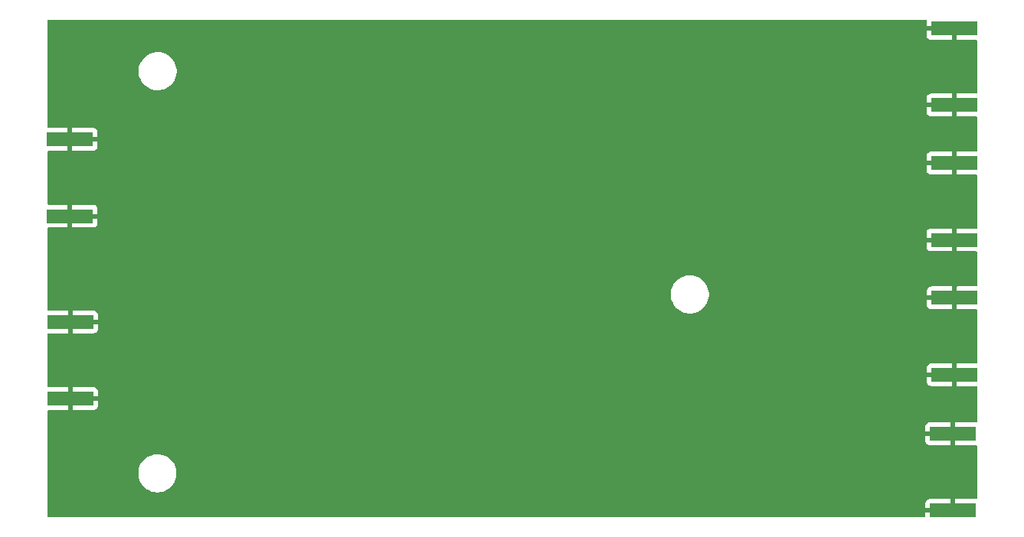
<source format=gbr>
%TF.GenerationSoftware,KiCad,Pcbnew,(6.0.7)*%
%TF.CreationDate,2022-09-28T11:50:51-04:00*%
%TF.ProjectId,PrawnBlaster_Connectorized,50726177-6e42-46c6-9173-7465725f436f,rev?*%
%TF.SameCoordinates,Original*%
%TF.FileFunction,Copper,L2,Bot*%
%TF.FilePolarity,Positive*%
%FSLAX46Y46*%
G04 Gerber Fmt 4.6, Leading zero omitted, Abs format (unit mm)*
G04 Created by KiCad (PCBNEW (6.0.7)) date 2022-09-28 11:50:51*
%MOMM*%
%LPD*%
G01*
G04 APERTURE LIST*
%TA.AperFunction,SMDPad,CuDef*%
%ADD10R,5.080000X1.500000*%
%TD*%
G04 APERTURE END LIST*
D10*
%TO.P,J6,2,Ext*%
%TO.N,GND*%
X182397500Y-104125000D03*
X182397500Y-112625000D03*
%TD*%
%TO.P,J2,2,Ext*%
%TO.N,GND*%
X84823200Y-91753000D03*
X84823200Y-100253000D03*
%TD*%
%TO.P,J5,2,Ext*%
%TO.N,GND*%
X182517500Y-82675000D03*
X182517500Y-74175000D03*
%TD*%
%TO.P,J3,2,Ext*%
%TO.N,GND*%
X182517500Y-67755000D03*
X182517500Y-59255000D03*
%TD*%
%TO.P,J1,2,Ext*%
%TO.N,GND*%
X84792500Y-80055000D03*
X84792500Y-71555000D03*
%TD*%
%TO.P,J4,2,Ext*%
%TO.N,GND*%
X182567500Y-97595000D03*
X182567500Y-89095000D03*
%TD*%
%TA.AperFunction,Conductor*%
%TO.N,GND*%
G36*
X179414944Y-58313502D02*
G01*
X179461437Y-58367158D01*
X179472086Y-58433109D01*
X179469869Y-58453517D01*
X179469500Y-58460328D01*
X179469500Y-58982885D01*
X179473975Y-58998124D01*
X179475365Y-58999329D01*
X179483048Y-59001000D01*
X182645500Y-59001000D01*
X182713621Y-59021002D01*
X182760114Y-59074658D01*
X182771500Y-59127000D01*
X182771500Y-60494884D01*
X182775975Y-60510123D01*
X182777365Y-60511328D01*
X182785048Y-60512999D01*
X184941100Y-60512999D01*
X185009221Y-60533001D01*
X185055714Y-60586657D01*
X185067100Y-60638999D01*
X185067100Y-66371000D01*
X185047098Y-66439121D01*
X184993442Y-66485614D01*
X184941100Y-66497000D01*
X182789615Y-66497000D01*
X182774376Y-66501475D01*
X182773171Y-66502865D01*
X182771500Y-66510548D01*
X182771500Y-68994884D01*
X182775975Y-69010123D01*
X182777365Y-69011328D01*
X182785048Y-69012999D01*
X184941100Y-69012999D01*
X185009221Y-69033001D01*
X185055714Y-69086657D01*
X185067100Y-69138999D01*
X185067100Y-72791000D01*
X185047098Y-72859121D01*
X184993442Y-72905614D01*
X184941100Y-72917000D01*
X182789615Y-72917000D01*
X182774376Y-72921475D01*
X182773171Y-72922865D01*
X182771500Y-72930548D01*
X182771500Y-75414884D01*
X182775975Y-75430123D01*
X182777365Y-75431328D01*
X182785048Y-75432999D01*
X184941100Y-75432999D01*
X185009221Y-75453001D01*
X185055714Y-75506657D01*
X185067100Y-75558999D01*
X185067100Y-81291000D01*
X185047098Y-81359121D01*
X184993442Y-81405614D01*
X184941100Y-81417000D01*
X182789615Y-81417000D01*
X182774376Y-81421475D01*
X182773171Y-81422865D01*
X182771500Y-81430548D01*
X182771500Y-83914884D01*
X182775975Y-83930123D01*
X182777365Y-83931328D01*
X182785048Y-83932999D01*
X184941100Y-83932999D01*
X185009221Y-83953001D01*
X185055714Y-84006657D01*
X185067100Y-84058999D01*
X185067100Y-87711000D01*
X185047098Y-87779121D01*
X184993442Y-87825614D01*
X184941100Y-87837000D01*
X182839615Y-87837000D01*
X182824376Y-87841475D01*
X182823171Y-87842865D01*
X182821500Y-87850548D01*
X182821500Y-90334884D01*
X182825975Y-90350123D01*
X182827365Y-90351328D01*
X182835048Y-90352999D01*
X184941100Y-90352999D01*
X185009221Y-90373001D01*
X185055714Y-90426657D01*
X185067100Y-90478999D01*
X185067100Y-96211000D01*
X185047098Y-96279121D01*
X184993442Y-96325614D01*
X184941100Y-96337000D01*
X182839615Y-96337000D01*
X182824376Y-96341475D01*
X182823171Y-96342865D01*
X182821500Y-96350548D01*
X182821500Y-98834884D01*
X182825975Y-98850123D01*
X182827365Y-98851328D01*
X182835048Y-98852999D01*
X184941100Y-98852999D01*
X185009221Y-98873001D01*
X185055714Y-98926657D01*
X185067100Y-98978999D01*
X185067100Y-102741000D01*
X185047098Y-102809121D01*
X184993442Y-102855614D01*
X184941100Y-102867000D01*
X182669615Y-102867000D01*
X182654376Y-102871475D01*
X182653171Y-102872865D01*
X182651500Y-102880548D01*
X182651500Y-105364884D01*
X182655975Y-105380123D01*
X182657365Y-105381328D01*
X182665048Y-105382999D01*
X184941100Y-105382999D01*
X185009221Y-105403001D01*
X185055714Y-105456657D01*
X185067100Y-105508999D01*
X185067100Y-111241000D01*
X185047098Y-111309121D01*
X184993442Y-111355614D01*
X184941100Y-111367000D01*
X182669615Y-111367000D01*
X182654376Y-111371475D01*
X182653171Y-111372865D01*
X182651500Y-111380548D01*
X182651500Y-112753000D01*
X182631498Y-112821121D01*
X182577842Y-112867614D01*
X182525500Y-112879000D01*
X179367616Y-112879000D01*
X179352377Y-112883475D01*
X179351172Y-112884865D01*
X179349501Y-112892548D01*
X179349501Y-113275500D01*
X179329499Y-113343621D01*
X179275843Y-113390114D01*
X179223501Y-113401500D01*
X82409700Y-113401500D01*
X82341579Y-113381498D01*
X82295086Y-113327842D01*
X82283700Y-113275500D01*
X82283700Y-112352885D01*
X179349500Y-112352885D01*
X179353975Y-112368124D01*
X179355365Y-112369329D01*
X179363048Y-112371000D01*
X182125385Y-112371000D01*
X182140624Y-112366525D01*
X182141829Y-112365135D01*
X182143500Y-112357452D01*
X182143500Y-111385116D01*
X182139025Y-111369877D01*
X182137635Y-111368672D01*
X182129952Y-111367001D01*
X179812831Y-111367001D01*
X179806010Y-111367371D01*
X179755148Y-111372895D01*
X179739896Y-111376521D01*
X179619446Y-111421676D01*
X179603851Y-111430214D01*
X179501776Y-111506715D01*
X179489215Y-111519276D01*
X179412714Y-111621351D01*
X179404176Y-111636946D01*
X179359022Y-111757394D01*
X179355395Y-111772649D01*
X179349869Y-111823514D01*
X179349500Y-111830328D01*
X179349500Y-112352885D01*
X82283700Y-112352885D01*
X82283700Y-108642703D01*
X92330743Y-108642703D01*
X92368268Y-108927734D01*
X92444129Y-109205036D01*
X92556923Y-109469476D01*
X92704561Y-109716161D01*
X92884313Y-109940528D01*
X93092851Y-110138423D01*
X93326317Y-110306186D01*
X93330112Y-110308195D01*
X93330113Y-110308196D01*
X93351869Y-110319715D01*
X93580392Y-110440712D01*
X93850373Y-110539511D01*
X94131264Y-110600755D01*
X94159841Y-110603004D01*
X94354282Y-110618307D01*
X94354291Y-110618307D01*
X94356739Y-110618500D01*
X94512271Y-110618500D01*
X94514407Y-110618354D01*
X94514418Y-110618354D01*
X94722548Y-110604165D01*
X94722554Y-110604164D01*
X94726825Y-110603873D01*
X94731020Y-110603004D01*
X94731022Y-110603004D01*
X94867583Y-110574724D01*
X95008342Y-110545574D01*
X95279343Y-110449607D01*
X95534812Y-110317750D01*
X95538313Y-110315289D01*
X95538317Y-110315287D01*
X95652417Y-110235096D01*
X95770023Y-110152441D01*
X95980622Y-109956740D01*
X96162713Y-109734268D01*
X96312927Y-109489142D01*
X96428483Y-109225898D01*
X96507244Y-108949406D01*
X96547751Y-108664784D01*
X96547845Y-108646951D01*
X96549235Y-108381583D01*
X96549235Y-108381576D01*
X96549257Y-108377297D01*
X96511732Y-108092266D01*
X96435871Y-107814964D01*
X96323077Y-107550524D01*
X96175439Y-107303839D01*
X95995687Y-107079472D01*
X95787149Y-106881577D01*
X95553683Y-106713814D01*
X95531843Y-106702250D01*
X95508654Y-106689972D01*
X95299608Y-106579288D01*
X95029627Y-106480489D01*
X94748736Y-106419245D01*
X94717685Y-106416801D01*
X94525718Y-106401693D01*
X94525709Y-106401693D01*
X94523261Y-106401500D01*
X94367729Y-106401500D01*
X94365593Y-106401646D01*
X94365582Y-106401646D01*
X94157452Y-106415835D01*
X94157446Y-106415836D01*
X94153175Y-106416127D01*
X94148980Y-106416996D01*
X94148978Y-106416996D01*
X94012417Y-106445276D01*
X93871658Y-106474426D01*
X93600657Y-106570393D01*
X93345188Y-106702250D01*
X93341687Y-106704711D01*
X93341683Y-106704713D01*
X93331594Y-106711804D01*
X93109977Y-106867559D01*
X92899378Y-107063260D01*
X92717287Y-107285732D01*
X92567073Y-107530858D01*
X92451517Y-107794102D01*
X92372756Y-108070594D01*
X92332249Y-108355216D01*
X92332227Y-108359505D01*
X92332226Y-108359512D01*
X92330765Y-108638417D01*
X92330743Y-108642703D01*
X82283700Y-108642703D01*
X82283700Y-104919669D01*
X179349501Y-104919669D01*
X179349871Y-104926490D01*
X179355395Y-104977352D01*
X179359021Y-104992604D01*
X179404176Y-105113054D01*
X179412714Y-105128649D01*
X179489215Y-105230724D01*
X179501776Y-105243285D01*
X179603851Y-105319786D01*
X179619446Y-105328324D01*
X179739894Y-105373478D01*
X179755149Y-105377105D01*
X179806014Y-105382631D01*
X179812828Y-105383000D01*
X182125385Y-105383000D01*
X182140624Y-105378525D01*
X182141829Y-105377135D01*
X182143500Y-105369452D01*
X182143500Y-104397115D01*
X182139025Y-104381876D01*
X182137635Y-104380671D01*
X182129952Y-104379000D01*
X179367616Y-104379000D01*
X179352377Y-104383475D01*
X179351172Y-104384865D01*
X179349501Y-104392548D01*
X179349501Y-104919669D01*
X82283700Y-104919669D01*
X82283700Y-103852885D01*
X179349500Y-103852885D01*
X179353975Y-103868124D01*
X179355365Y-103869329D01*
X179363048Y-103871000D01*
X182125385Y-103871000D01*
X182140624Y-103866525D01*
X182141829Y-103865135D01*
X182143500Y-103857452D01*
X182143500Y-102885116D01*
X182139025Y-102869877D01*
X182137635Y-102868672D01*
X182129952Y-102867001D01*
X179812831Y-102867001D01*
X179806010Y-102867371D01*
X179755148Y-102872895D01*
X179739896Y-102876521D01*
X179619446Y-102921676D01*
X179603851Y-102930214D01*
X179501776Y-103006715D01*
X179489215Y-103019276D01*
X179412714Y-103121351D01*
X179404176Y-103136946D01*
X179359022Y-103257394D01*
X179355395Y-103272649D01*
X179349869Y-103323514D01*
X179349500Y-103330328D01*
X179349500Y-103852885D01*
X82283700Y-103852885D01*
X82283700Y-101637000D01*
X82303702Y-101568879D01*
X82357358Y-101522386D01*
X82409700Y-101511000D01*
X84551085Y-101511000D01*
X84566324Y-101506525D01*
X84567529Y-101505135D01*
X84569200Y-101497452D01*
X84569200Y-101492884D01*
X85077200Y-101492884D01*
X85081675Y-101508123D01*
X85083065Y-101509328D01*
X85090748Y-101510999D01*
X87407869Y-101510999D01*
X87414690Y-101510629D01*
X87465552Y-101505105D01*
X87480804Y-101501479D01*
X87601254Y-101456324D01*
X87616849Y-101447786D01*
X87718924Y-101371285D01*
X87731485Y-101358724D01*
X87807986Y-101256649D01*
X87816524Y-101241054D01*
X87861678Y-101120606D01*
X87865305Y-101105351D01*
X87870831Y-101054486D01*
X87871200Y-101047672D01*
X87871200Y-100525115D01*
X87866725Y-100509876D01*
X87865335Y-100508671D01*
X87857652Y-100507000D01*
X85095315Y-100507000D01*
X85080076Y-100511475D01*
X85078871Y-100512865D01*
X85077200Y-100520548D01*
X85077200Y-101492884D01*
X84569200Y-101492884D01*
X84569200Y-99980885D01*
X85077200Y-99980885D01*
X85081675Y-99996124D01*
X85083065Y-99997329D01*
X85090748Y-99999000D01*
X87853084Y-99999000D01*
X87868323Y-99994525D01*
X87869528Y-99993135D01*
X87871199Y-99985452D01*
X87871199Y-99458331D01*
X87870829Y-99451510D01*
X87865305Y-99400648D01*
X87861679Y-99385396D01*
X87816524Y-99264946D01*
X87807986Y-99249351D01*
X87731485Y-99147276D01*
X87718924Y-99134715D01*
X87616849Y-99058214D01*
X87601254Y-99049676D01*
X87480806Y-99004522D01*
X87465551Y-99000895D01*
X87414686Y-98995369D01*
X87407872Y-98995000D01*
X85095315Y-98995000D01*
X85080076Y-98999475D01*
X85078871Y-99000865D01*
X85077200Y-99008548D01*
X85077200Y-99980885D01*
X84569200Y-99980885D01*
X84569200Y-99013116D01*
X84564725Y-98997877D01*
X84563335Y-98996672D01*
X84555652Y-98995001D01*
X82409700Y-98995001D01*
X82341579Y-98974999D01*
X82295086Y-98921343D01*
X82283700Y-98869001D01*
X82283700Y-98389669D01*
X179519501Y-98389669D01*
X179519871Y-98396490D01*
X179525395Y-98447352D01*
X179529021Y-98462604D01*
X179574176Y-98583054D01*
X179582714Y-98598649D01*
X179659215Y-98700724D01*
X179671776Y-98713285D01*
X179773851Y-98789786D01*
X179789446Y-98798324D01*
X179909894Y-98843478D01*
X179925149Y-98847105D01*
X179976014Y-98852631D01*
X179982828Y-98853000D01*
X182295385Y-98853000D01*
X182310624Y-98848525D01*
X182311829Y-98847135D01*
X182313500Y-98839452D01*
X182313500Y-97867115D01*
X182309025Y-97851876D01*
X182307635Y-97850671D01*
X182299952Y-97849000D01*
X179537616Y-97849000D01*
X179522377Y-97853475D01*
X179521172Y-97854865D01*
X179519501Y-97862548D01*
X179519501Y-98389669D01*
X82283700Y-98389669D01*
X82283700Y-97322885D01*
X179519500Y-97322885D01*
X179523975Y-97338124D01*
X179525365Y-97339329D01*
X179533048Y-97341000D01*
X182295385Y-97341000D01*
X182310624Y-97336525D01*
X182311829Y-97335135D01*
X182313500Y-97327452D01*
X182313500Y-96355116D01*
X182309025Y-96339877D01*
X182307635Y-96338672D01*
X182299952Y-96337001D01*
X179982831Y-96337001D01*
X179976010Y-96337371D01*
X179925148Y-96342895D01*
X179909896Y-96346521D01*
X179789446Y-96391676D01*
X179773851Y-96400214D01*
X179671776Y-96476715D01*
X179659215Y-96489276D01*
X179582714Y-96591351D01*
X179574176Y-96606946D01*
X179529022Y-96727394D01*
X179525395Y-96742649D01*
X179519869Y-96793514D01*
X179519500Y-96800328D01*
X179519500Y-97322885D01*
X82283700Y-97322885D01*
X82283700Y-93137000D01*
X82303702Y-93068879D01*
X82357358Y-93022386D01*
X82409700Y-93011000D01*
X84551085Y-93011000D01*
X84566324Y-93006525D01*
X84567529Y-93005135D01*
X84569200Y-92997452D01*
X84569200Y-92992884D01*
X85077200Y-92992884D01*
X85081675Y-93008123D01*
X85083065Y-93009328D01*
X85090748Y-93010999D01*
X87407869Y-93010999D01*
X87414690Y-93010629D01*
X87465552Y-93005105D01*
X87480804Y-93001479D01*
X87601254Y-92956324D01*
X87616849Y-92947786D01*
X87718924Y-92871285D01*
X87731485Y-92858724D01*
X87807986Y-92756649D01*
X87816524Y-92741054D01*
X87861678Y-92620606D01*
X87865305Y-92605351D01*
X87870831Y-92554486D01*
X87871200Y-92547672D01*
X87871200Y-92025115D01*
X87866725Y-92009876D01*
X87865335Y-92008671D01*
X87857652Y-92007000D01*
X85095315Y-92007000D01*
X85080076Y-92011475D01*
X85078871Y-92012865D01*
X85077200Y-92020548D01*
X85077200Y-92992884D01*
X84569200Y-92992884D01*
X84569200Y-91480885D01*
X85077200Y-91480885D01*
X85081675Y-91496124D01*
X85083065Y-91497329D01*
X85090748Y-91499000D01*
X87853084Y-91499000D01*
X87868323Y-91494525D01*
X87869528Y-91493135D01*
X87871199Y-91485452D01*
X87871199Y-90958331D01*
X87870829Y-90951510D01*
X87865305Y-90900648D01*
X87861679Y-90885396D01*
X87816524Y-90764946D01*
X87807986Y-90749351D01*
X87731485Y-90647276D01*
X87718924Y-90634715D01*
X87616849Y-90558214D01*
X87601254Y-90549676D01*
X87480806Y-90504522D01*
X87465551Y-90500895D01*
X87414686Y-90495369D01*
X87407872Y-90495000D01*
X85095315Y-90495000D01*
X85080076Y-90499475D01*
X85078871Y-90500865D01*
X85077200Y-90508548D01*
X85077200Y-91480885D01*
X84569200Y-91480885D01*
X84569200Y-90513116D01*
X84564725Y-90497877D01*
X84563335Y-90496672D01*
X84555652Y-90495001D01*
X82409700Y-90495001D01*
X82341579Y-90474999D01*
X82295086Y-90421343D01*
X82283700Y-90369001D01*
X82283700Y-88842703D01*
X151200743Y-88842703D01*
X151238268Y-89127734D01*
X151314129Y-89405036D01*
X151426923Y-89669476D01*
X151574561Y-89916161D01*
X151754313Y-90140528D01*
X151830983Y-90213285D01*
X151959122Y-90334884D01*
X151962851Y-90338423D01*
X152196317Y-90506186D01*
X152200112Y-90508195D01*
X152200113Y-90508196D01*
X152221869Y-90519715D01*
X152450392Y-90640712D01*
X152720373Y-90739511D01*
X153001264Y-90800755D01*
X153029841Y-90803004D01*
X153224282Y-90818307D01*
X153224291Y-90818307D01*
X153226739Y-90818500D01*
X153382271Y-90818500D01*
X153384407Y-90818354D01*
X153384418Y-90818354D01*
X153592548Y-90804165D01*
X153592554Y-90804164D01*
X153596825Y-90803873D01*
X153601020Y-90803004D01*
X153601022Y-90803004D01*
X153737583Y-90774724D01*
X153878342Y-90745574D01*
X154149343Y-90649607D01*
X154404812Y-90517750D01*
X154408313Y-90515289D01*
X154408317Y-90515287D01*
X154616460Y-90369001D01*
X154640023Y-90352441D01*
X154718403Y-90279606D01*
X154847479Y-90159661D01*
X154847481Y-90159658D01*
X154850622Y-90156740D01*
X155032713Y-89934268D01*
X155060043Y-89889669D01*
X179519501Y-89889669D01*
X179519871Y-89896490D01*
X179525395Y-89947352D01*
X179529021Y-89962604D01*
X179574176Y-90083054D01*
X179582714Y-90098649D01*
X179659215Y-90200724D01*
X179671776Y-90213285D01*
X179773851Y-90289786D01*
X179789446Y-90298324D01*
X179909894Y-90343478D01*
X179925149Y-90347105D01*
X179976014Y-90352631D01*
X179982828Y-90353000D01*
X182295385Y-90353000D01*
X182310624Y-90348525D01*
X182311829Y-90347135D01*
X182313500Y-90339452D01*
X182313500Y-89367115D01*
X182309025Y-89351876D01*
X182307635Y-89350671D01*
X182299952Y-89349000D01*
X179537616Y-89349000D01*
X179522377Y-89353475D01*
X179521172Y-89354865D01*
X179519501Y-89362548D01*
X179519501Y-89889669D01*
X155060043Y-89889669D01*
X155182927Y-89689142D01*
X155298483Y-89425898D01*
X155377244Y-89149406D01*
X155417751Y-88864784D01*
X155417845Y-88846951D01*
X155417971Y-88822885D01*
X179519500Y-88822885D01*
X179523975Y-88838124D01*
X179525365Y-88839329D01*
X179533048Y-88841000D01*
X182295385Y-88841000D01*
X182310624Y-88836525D01*
X182311829Y-88835135D01*
X182313500Y-88827452D01*
X182313500Y-87855116D01*
X182309025Y-87839877D01*
X182307635Y-87838672D01*
X182299952Y-87837001D01*
X179982831Y-87837001D01*
X179976010Y-87837371D01*
X179925148Y-87842895D01*
X179909896Y-87846521D01*
X179789446Y-87891676D01*
X179773851Y-87900214D01*
X179671776Y-87976715D01*
X179659215Y-87989276D01*
X179582714Y-88091351D01*
X179574176Y-88106946D01*
X179529022Y-88227394D01*
X179525395Y-88242649D01*
X179519869Y-88293514D01*
X179519500Y-88300328D01*
X179519500Y-88822885D01*
X155417971Y-88822885D01*
X155419235Y-88581583D01*
X155419235Y-88581576D01*
X155419257Y-88577297D01*
X155381732Y-88292266D01*
X155305871Y-88014964D01*
X155235741Y-87850548D01*
X155194763Y-87754476D01*
X155194761Y-87754472D01*
X155193077Y-87750524D01*
X155045439Y-87503839D01*
X154865687Y-87279472D01*
X154657149Y-87081577D01*
X154423683Y-86913814D01*
X154401843Y-86902250D01*
X154378654Y-86889972D01*
X154169608Y-86779288D01*
X153899627Y-86680489D01*
X153618736Y-86619245D01*
X153587685Y-86616801D01*
X153395718Y-86601693D01*
X153395709Y-86601693D01*
X153393261Y-86601500D01*
X153237729Y-86601500D01*
X153235593Y-86601646D01*
X153235582Y-86601646D01*
X153027452Y-86615835D01*
X153027446Y-86615836D01*
X153023175Y-86616127D01*
X153018980Y-86616996D01*
X153018978Y-86616996D01*
X152882417Y-86645276D01*
X152741658Y-86674426D01*
X152470657Y-86770393D01*
X152215188Y-86902250D01*
X152211687Y-86904711D01*
X152211683Y-86904713D01*
X152201594Y-86911804D01*
X151979977Y-87067559D01*
X151769378Y-87263260D01*
X151587287Y-87485732D01*
X151437073Y-87730858D01*
X151435347Y-87734791D01*
X151435346Y-87734792D01*
X151384533Y-87850548D01*
X151321517Y-87994102D01*
X151242756Y-88270594D01*
X151202249Y-88555216D01*
X151202227Y-88559505D01*
X151202226Y-88559512D01*
X151200775Y-88836525D01*
X151200743Y-88842703D01*
X82283700Y-88842703D01*
X82283700Y-83469669D01*
X179469501Y-83469669D01*
X179469871Y-83476490D01*
X179475395Y-83527352D01*
X179479021Y-83542604D01*
X179524176Y-83663054D01*
X179532714Y-83678649D01*
X179609215Y-83780724D01*
X179621776Y-83793285D01*
X179723851Y-83869786D01*
X179739446Y-83878324D01*
X179859894Y-83923478D01*
X179875149Y-83927105D01*
X179926014Y-83932631D01*
X179932828Y-83933000D01*
X182245385Y-83933000D01*
X182260624Y-83928525D01*
X182261829Y-83927135D01*
X182263500Y-83919452D01*
X182263500Y-82947115D01*
X182259025Y-82931876D01*
X182257635Y-82930671D01*
X182249952Y-82929000D01*
X179487616Y-82929000D01*
X179472377Y-82933475D01*
X179471172Y-82934865D01*
X179469501Y-82942548D01*
X179469501Y-83469669D01*
X82283700Y-83469669D01*
X82283700Y-82402885D01*
X179469500Y-82402885D01*
X179473975Y-82418124D01*
X179475365Y-82419329D01*
X179483048Y-82421000D01*
X182245385Y-82421000D01*
X182260624Y-82416525D01*
X182261829Y-82415135D01*
X182263500Y-82407452D01*
X182263500Y-81435116D01*
X182259025Y-81419877D01*
X182257635Y-81418672D01*
X182249952Y-81417001D01*
X179932831Y-81417001D01*
X179926010Y-81417371D01*
X179875148Y-81422895D01*
X179859896Y-81426521D01*
X179739446Y-81471676D01*
X179723851Y-81480214D01*
X179621776Y-81556715D01*
X179609215Y-81569276D01*
X179532714Y-81671351D01*
X179524176Y-81686946D01*
X179479022Y-81807394D01*
X179475395Y-81822649D01*
X179469869Y-81873514D01*
X179469500Y-81880328D01*
X179469500Y-82402885D01*
X82283700Y-82402885D01*
X82283700Y-81439000D01*
X82303702Y-81370879D01*
X82357358Y-81324386D01*
X82409700Y-81313000D01*
X84520385Y-81313000D01*
X84535624Y-81308525D01*
X84536829Y-81307135D01*
X84538500Y-81299452D01*
X84538500Y-81294884D01*
X85046500Y-81294884D01*
X85050975Y-81310123D01*
X85052365Y-81311328D01*
X85060048Y-81312999D01*
X87377169Y-81312999D01*
X87383990Y-81312629D01*
X87434852Y-81307105D01*
X87450104Y-81303479D01*
X87570554Y-81258324D01*
X87586149Y-81249786D01*
X87688224Y-81173285D01*
X87700785Y-81160724D01*
X87777286Y-81058649D01*
X87785824Y-81043054D01*
X87830978Y-80922606D01*
X87834605Y-80907351D01*
X87840131Y-80856486D01*
X87840500Y-80849672D01*
X87840500Y-80327115D01*
X87836025Y-80311876D01*
X87834635Y-80310671D01*
X87826952Y-80309000D01*
X85064615Y-80309000D01*
X85049376Y-80313475D01*
X85048171Y-80314865D01*
X85046500Y-80322548D01*
X85046500Y-81294884D01*
X84538500Y-81294884D01*
X84538500Y-79782885D01*
X85046500Y-79782885D01*
X85050975Y-79798124D01*
X85052365Y-79799329D01*
X85060048Y-79801000D01*
X87822384Y-79801000D01*
X87837623Y-79796525D01*
X87838828Y-79795135D01*
X87840499Y-79787452D01*
X87840499Y-79260331D01*
X87840129Y-79253510D01*
X87834605Y-79202648D01*
X87830979Y-79187396D01*
X87785824Y-79066946D01*
X87777286Y-79051351D01*
X87700785Y-78949276D01*
X87688224Y-78936715D01*
X87586149Y-78860214D01*
X87570554Y-78851676D01*
X87450106Y-78806522D01*
X87434851Y-78802895D01*
X87383986Y-78797369D01*
X87377172Y-78797000D01*
X85064615Y-78797000D01*
X85049376Y-78801475D01*
X85048171Y-78802865D01*
X85046500Y-78810548D01*
X85046500Y-79782885D01*
X84538500Y-79782885D01*
X84538500Y-78815116D01*
X84534025Y-78799877D01*
X84532635Y-78798672D01*
X84524952Y-78797001D01*
X82409700Y-78797001D01*
X82341579Y-78776999D01*
X82295086Y-78723343D01*
X82283700Y-78671001D01*
X82283700Y-74969669D01*
X179469501Y-74969669D01*
X179469871Y-74976490D01*
X179475395Y-75027352D01*
X179479021Y-75042604D01*
X179524176Y-75163054D01*
X179532714Y-75178649D01*
X179609215Y-75280724D01*
X179621776Y-75293285D01*
X179723851Y-75369786D01*
X179739446Y-75378324D01*
X179859894Y-75423478D01*
X179875149Y-75427105D01*
X179926014Y-75432631D01*
X179932828Y-75433000D01*
X182245385Y-75433000D01*
X182260624Y-75428525D01*
X182261829Y-75427135D01*
X182263500Y-75419452D01*
X182263500Y-74447115D01*
X182259025Y-74431876D01*
X182257635Y-74430671D01*
X182249952Y-74429000D01*
X179487616Y-74429000D01*
X179472377Y-74433475D01*
X179471172Y-74434865D01*
X179469501Y-74442548D01*
X179469501Y-74969669D01*
X82283700Y-74969669D01*
X82283700Y-73902885D01*
X179469500Y-73902885D01*
X179473975Y-73918124D01*
X179475365Y-73919329D01*
X179483048Y-73921000D01*
X182245385Y-73921000D01*
X182260624Y-73916525D01*
X182261829Y-73915135D01*
X182263500Y-73907452D01*
X182263500Y-72935116D01*
X182259025Y-72919877D01*
X182257635Y-72918672D01*
X182249952Y-72917001D01*
X179932831Y-72917001D01*
X179926010Y-72917371D01*
X179875148Y-72922895D01*
X179859896Y-72926521D01*
X179739446Y-72971676D01*
X179723851Y-72980214D01*
X179621776Y-73056715D01*
X179609215Y-73069276D01*
X179532714Y-73171351D01*
X179524176Y-73186946D01*
X179479022Y-73307394D01*
X179475395Y-73322649D01*
X179469869Y-73373514D01*
X179469500Y-73380328D01*
X179469500Y-73902885D01*
X82283700Y-73902885D01*
X82283700Y-72939000D01*
X82303702Y-72870879D01*
X82357358Y-72824386D01*
X82409700Y-72813000D01*
X84520385Y-72813000D01*
X84535624Y-72808525D01*
X84536829Y-72807135D01*
X84538500Y-72799452D01*
X84538500Y-72794884D01*
X85046500Y-72794884D01*
X85050975Y-72810123D01*
X85052365Y-72811328D01*
X85060048Y-72812999D01*
X87377169Y-72812999D01*
X87383990Y-72812629D01*
X87434852Y-72807105D01*
X87450104Y-72803479D01*
X87570554Y-72758324D01*
X87586149Y-72749786D01*
X87688224Y-72673285D01*
X87700785Y-72660724D01*
X87777286Y-72558649D01*
X87785824Y-72543054D01*
X87830978Y-72422606D01*
X87834605Y-72407351D01*
X87840131Y-72356486D01*
X87840500Y-72349672D01*
X87840500Y-71827115D01*
X87836025Y-71811876D01*
X87834635Y-71810671D01*
X87826952Y-71809000D01*
X85064615Y-71809000D01*
X85049376Y-71813475D01*
X85048171Y-71814865D01*
X85046500Y-71822548D01*
X85046500Y-72794884D01*
X84538500Y-72794884D01*
X84538500Y-71282885D01*
X85046500Y-71282885D01*
X85050975Y-71298124D01*
X85052365Y-71299329D01*
X85060048Y-71301000D01*
X87822384Y-71301000D01*
X87837623Y-71296525D01*
X87838828Y-71295135D01*
X87840499Y-71287452D01*
X87840499Y-70760331D01*
X87840129Y-70753510D01*
X87834605Y-70702648D01*
X87830979Y-70687396D01*
X87785824Y-70566946D01*
X87777286Y-70551351D01*
X87700785Y-70449276D01*
X87688224Y-70436715D01*
X87586149Y-70360214D01*
X87570554Y-70351676D01*
X87450106Y-70306522D01*
X87434851Y-70302895D01*
X87383986Y-70297369D01*
X87377172Y-70297000D01*
X85064615Y-70297000D01*
X85049376Y-70301475D01*
X85048171Y-70302865D01*
X85046500Y-70310548D01*
X85046500Y-71282885D01*
X84538500Y-71282885D01*
X84538500Y-70315116D01*
X84534025Y-70299877D01*
X84532635Y-70298672D01*
X84524952Y-70297001D01*
X82409700Y-70297001D01*
X82341579Y-70276999D01*
X82295086Y-70223343D01*
X82283700Y-70171001D01*
X82283700Y-68549669D01*
X179469501Y-68549669D01*
X179469871Y-68556490D01*
X179475395Y-68607352D01*
X179479021Y-68622604D01*
X179524176Y-68743054D01*
X179532714Y-68758649D01*
X179609215Y-68860724D01*
X179621776Y-68873285D01*
X179723851Y-68949786D01*
X179739446Y-68958324D01*
X179859894Y-69003478D01*
X179875149Y-69007105D01*
X179926014Y-69012631D01*
X179932828Y-69013000D01*
X182245385Y-69013000D01*
X182260624Y-69008525D01*
X182261829Y-69007135D01*
X182263500Y-68999452D01*
X182263500Y-68027115D01*
X182259025Y-68011876D01*
X182257635Y-68010671D01*
X182249952Y-68009000D01*
X179487616Y-68009000D01*
X179472377Y-68013475D01*
X179471172Y-68014865D01*
X179469501Y-68022548D01*
X179469501Y-68549669D01*
X82283700Y-68549669D01*
X82283700Y-67482885D01*
X179469500Y-67482885D01*
X179473975Y-67498124D01*
X179475365Y-67499329D01*
X179483048Y-67501000D01*
X182245385Y-67501000D01*
X182260624Y-67496525D01*
X182261829Y-67495135D01*
X182263500Y-67487452D01*
X182263500Y-66515116D01*
X182259025Y-66499877D01*
X182257635Y-66498672D01*
X182249952Y-66497001D01*
X179932831Y-66497001D01*
X179926010Y-66497371D01*
X179875148Y-66502895D01*
X179859896Y-66506521D01*
X179739446Y-66551676D01*
X179723851Y-66560214D01*
X179621776Y-66636715D01*
X179609215Y-66649276D01*
X179532714Y-66751351D01*
X179524176Y-66766946D01*
X179479022Y-66887394D01*
X179475395Y-66902649D01*
X179469869Y-66953514D01*
X179469500Y-66960328D01*
X179469500Y-67482885D01*
X82283700Y-67482885D01*
X82283700Y-64142703D01*
X92370743Y-64142703D01*
X92408268Y-64427734D01*
X92484129Y-64705036D01*
X92596923Y-64969476D01*
X92744561Y-65216161D01*
X92924313Y-65440528D01*
X93132851Y-65638423D01*
X93366317Y-65806186D01*
X93370112Y-65808195D01*
X93370113Y-65808196D01*
X93391869Y-65819715D01*
X93620392Y-65940712D01*
X93890373Y-66039511D01*
X94171264Y-66100755D01*
X94199841Y-66103004D01*
X94394282Y-66118307D01*
X94394291Y-66118307D01*
X94396739Y-66118500D01*
X94552271Y-66118500D01*
X94554407Y-66118354D01*
X94554418Y-66118354D01*
X94762548Y-66104165D01*
X94762554Y-66104164D01*
X94766825Y-66103873D01*
X94771020Y-66103004D01*
X94771022Y-66103004D01*
X94907583Y-66074724D01*
X95048342Y-66045574D01*
X95319343Y-65949607D01*
X95574812Y-65817750D01*
X95578313Y-65815289D01*
X95578317Y-65815287D01*
X95692418Y-65735095D01*
X95810023Y-65652441D01*
X96020622Y-65456740D01*
X96202713Y-65234268D01*
X96352927Y-64989142D01*
X96468483Y-64725898D01*
X96547244Y-64449406D01*
X96587751Y-64164784D01*
X96587845Y-64146951D01*
X96589235Y-63881583D01*
X96589235Y-63881576D01*
X96589257Y-63877297D01*
X96551732Y-63592266D01*
X96475871Y-63314964D01*
X96363077Y-63050524D01*
X96215439Y-62803839D01*
X96035687Y-62579472D01*
X95827149Y-62381577D01*
X95593683Y-62213814D01*
X95571843Y-62202250D01*
X95548654Y-62189972D01*
X95339608Y-62079288D01*
X95069627Y-61980489D01*
X94788736Y-61919245D01*
X94757685Y-61916801D01*
X94565718Y-61901693D01*
X94565709Y-61901693D01*
X94563261Y-61901500D01*
X94407729Y-61901500D01*
X94405593Y-61901646D01*
X94405582Y-61901646D01*
X94197452Y-61915835D01*
X94197446Y-61915836D01*
X94193175Y-61916127D01*
X94188980Y-61916996D01*
X94188978Y-61916996D01*
X94052417Y-61945276D01*
X93911658Y-61974426D01*
X93640657Y-62070393D01*
X93385188Y-62202250D01*
X93381687Y-62204711D01*
X93381683Y-62204713D01*
X93371594Y-62211804D01*
X93149977Y-62367559D01*
X92939378Y-62563260D01*
X92757287Y-62785732D01*
X92607073Y-63030858D01*
X92491517Y-63294102D01*
X92412756Y-63570594D01*
X92372249Y-63855216D01*
X92372227Y-63859505D01*
X92372226Y-63859512D01*
X92370765Y-64138417D01*
X92370743Y-64142703D01*
X82283700Y-64142703D01*
X82283700Y-60049669D01*
X179469501Y-60049669D01*
X179469871Y-60056490D01*
X179475395Y-60107352D01*
X179479021Y-60122604D01*
X179524176Y-60243054D01*
X179532714Y-60258649D01*
X179609215Y-60360724D01*
X179621776Y-60373285D01*
X179723851Y-60449786D01*
X179739446Y-60458324D01*
X179859894Y-60503478D01*
X179875149Y-60507105D01*
X179926014Y-60512631D01*
X179932828Y-60513000D01*
X182245385Y-60513000D01*
X182260624Y-60508525D01*
X182261829Y-60507135D01*
X182263500Y-60499452D01*
X182263500Y-59527115D01*
X182259025Y-59511876D01*
X182257635Y-59510671D01*
X182249952Y-59509000D01*
X179487616Y-59509000D01*
X179472377Y-59513475D01*
X179471172Y-59514865D01*
X179469501Y-59522548D01*
X179469501Y-60049669D01*
X82283700Y-60049669D01*
X82283700Y-58419500D01*
X82303702Y-58351379D01*
X82357358Y-58304886D01*
X82409700Y-58293500D01*
X179346823Y-58293500D01*
X179414944Y-58313502D01*
G37*
%TD.AperFunction*%
%TD*%
M02*

</source>
